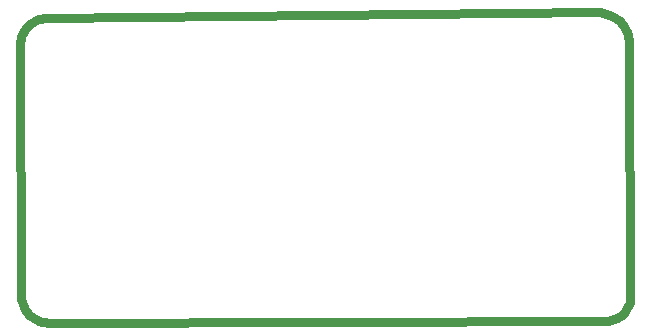
<source format=gko>
G04*
G04 #@! TF.GenerationSoftware,Altium Limited,Altium Designer,20.1.14 (287)*
G04*
G04 Layer_Color=16711935*
%FSLAX25Y25*%
%MOIN*%
G70*
G04*
G04 #@! TF.SameCoordinates,1BDC85E0-9E64-418B-9CD7-3ABB073E6672*
G04*
G04*
G04 #@! TF.FilePolarity,Positive*
G04*
G01*
G75*
%ADD37C,0.03000*%
D37*
X390991Y336910D02*
X390978Y336910D01*
X401545Y326500D02*
X401489Y327528D01*
X401333Y328545D01*
X401077Y329542D01*
X400725Y330509D01*
X400279Y331437D01*
X399745Y332316D01*
X399126Y333139D01*
X398430Y333897D01*
X397662Y334582D01*
X396831Y335190D01*
X395945Y335712D01*
X395011Y336145D01*
X394039Y336484D01*
X393039Y336726D01*
X392020Y336868D01*
X390991Y336910D01*
X401545Y326498D02*
X401545Y326500D01*
X401545Y326493D02*
X401545Y326498D01*
X401965Y242495D02*
X401965Y242502D01*
X390991Y336910D02*
X390978Y336910D01*
X401965Y242492D02*
X401965Y242502D01*
X401965Y242460D02*
X401965Y242492D01*
X401965D02*
Y242495D01*
X393509Y233982D02*
X394529Y234047D01*
X395534Y234233D01*
X396509Y234539D01*
X397440Y234960D01*
X398314Y235490D01*
X399118Y236122D01*
X399840Y236846D01*
X400469Y237651D01*
X400997Y238526D01*
X401416Y239458D01*
X401720Y240434D01*
X401904Y241440D01*
X401965Y242460D01*
X207499Y335075D02*
X206489Y335009D01*
X205493Y334829D01*
X204524Y334541D01*
X203592Y334145D01*
X202711Y333648D01*
X201890Y333056D01*
X201141Y332376D01*
X200472Y331616D01*
X199893Y330787D01*
X199409Y329898D01*
X199028Y328961D01*
X198753Y327987D01*
X198590Y326989D01*
X198538Y325978D01*
X208009Y233519D02*
X208015Y233519D01*
X198962Y242504D02*
X199023Y241495D01*
X199197Y240499D01*
X199482Y239530D01*
X199872Y238597D01*
X200365Y237715D01*
X200953Y236893D01*
X201629Y236142D01*
X202385Y235471D01*
X203211Y234889D01*
X204097Y234402D01*
X205031Y234018D01*
X206003Y233740D01*
X207000Y233573D01*
X208009Y233519D01*
X208009Y233519D02*
X208015D01*
X198962Y242505D02*
X198962Y242504D01*
X401545Y326500D02*
X401545Y326498D01*
X401965Y242502D01*
X208015Y233519D02*
X393509Y233982D01*
X207499Y335075D02*
X390978Y336910D01*
X198538Y325978D02*
X198962Y242505D01*
X198962Y242504D01*
M02*

</source>
